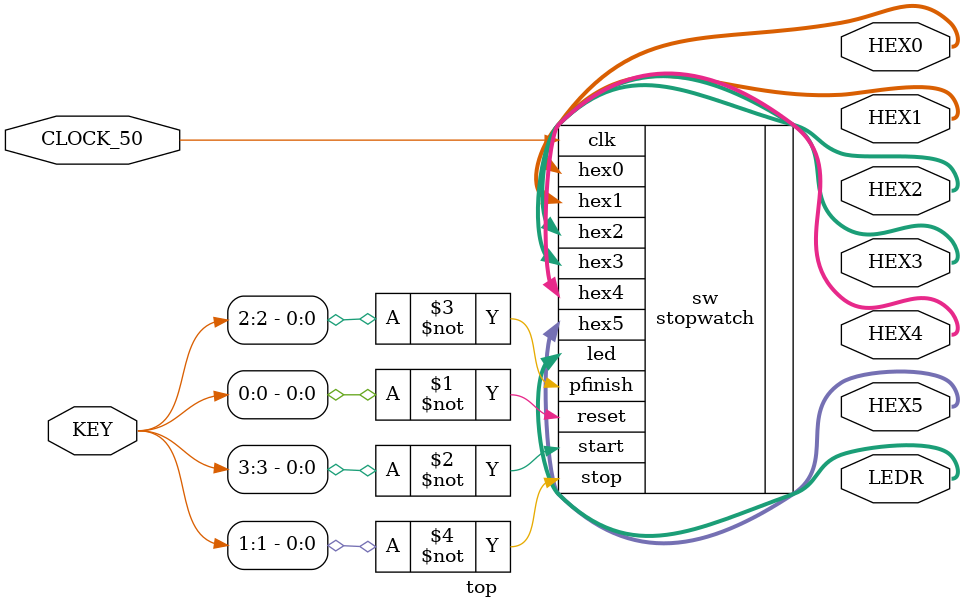
<source format=sv>


module top(

	//////////// CLOCK //////////
	input 		          		CLOCK_50,

	//////////// SEG7 //////////
	output		     [6:0]		HEX0,
	output		     [6:0]		HEX1,
	output		     [6:0]		HEX2,
	output		     [6:0]		HEX3,
	output		     [6:0]		HEX4,
	output		     [6:0]		HEX5,

	//////////// KEY //////////
	input 		     [3:0]		KEY,

	//////////// LED //////////
	output		     [9:0]		LEDR
);



//=======================================================
//  REG/WIRE declarations
//=======================================================




//=======================================================
//  Structural coding
//=======================================================

stopwatch sw
    (
        .clk(CLOCK_50),
        .reset(~KEY[0]),
        .start(~KEY[3]),
        .pfinish(~KEY[2]),
        .stop(~KEY[1]),
        .hex0(HEX0),
        .hex1(HEX1),
        .hex2(HEX2),
        .hex3(HEX3),
        .hex4(HEX4),
        .hex5(HEX5),
        .led(LEDR)
    );

endmodule

</source>
